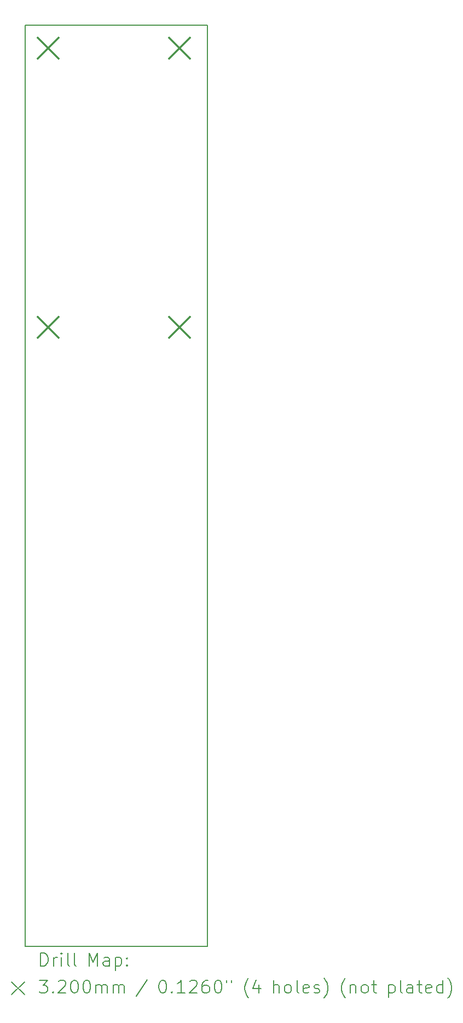
<source format=gbr>
%TF.GenerationSoftware,KiCad,Pcbnew,(7.0.0)*%
%TF.CreationDate,2023-05-15T22:46:26-04:00*%
%TF.ProjectId,clockPCB,636c6f63-6b50-4434-922e-6b696361645f,rev?*%
%TF.SameCoordinates,Original*%
%TF.FileFunction,Drillmap*%
%TF.FilePolarity,Positive*%
%FSLAX45Y45*%
G04 Gerber Fmt 4.5, Leading zero omitted, Abs format (unit mm)*
G04 Created by KiCad (PCBNEW (7.0.0)) date 2023-05-15 22:46:26*
%MOMM*%
%LPD*%
G01*
G04 APERTURE LIST*
%ADD10C,0.200000*%
%ADD11C,0.320000*%
G04 APERTURE END LIST*
D10*
X12192000Y-1619250D02*
X15011400Y-1619250D01*
X15011400Y-1619250D02*
X15011400Y-15868650D01*
X15011400Y-15868650D02*
X12192000Y-15868650D01*
X12192000Y-15868650D02*
X12192000Y-1619250D01*
D11*
X12387600Y-1814850D02*
X12707600Y-2134850D01*
X12707600Y-1814850D02*
X12387600Y-2134850D01*
X12387600Y-6132850D02*
X12707600Y-6452850D01*
X12707600Y-6132850D02*
X12387600Y-6452850D01*
X14419600Y-1814850D02*
X14739600Y-2134850D01*
X14739600Y-1814850D02*
X14419600Y-2134850D01*
X14419600Y-6132850D02*
X14739600Y-6452850D01*
X14739600Y-6132850D02*
X14419600Y-6452850D01*
D10*
X12429619Y-16172126D02*
X12429619Y-15972126D01*
X12429619Y-15972126D02*
X12477238Y-15972126D01*
X12477238Y-15972126D02*
X12505809Y-15981650D01*
X12505809Y-15981650D02*
X12524857Y-16000698D01*
X12524857Y-16000698D02*
X12534381Y-16019745D01*
X12534381Y-16019745D02*
X12543905Y-16057840D01*
X12543905Y-16057840D02*
X12543905Y-16086412D01*
X12543905Y-16086412D02*
X12534381Y-16124507D01*
X12534381Y-16124507D02*
X12524857Y-16143555D01*
X12524857Y-16143555D02*
X12505809Y-16162602D01*
X12505809Y-16162602D02*
X12477238Y-16172126D01*
X12477238Y-16172126D02*
X12429619Y-16172126D01*
X12629619Y-16172126D02*
X12629619Y-16038793D01*
X12629619Y-16076888D02*
X12639143Y-16057840D01*
X12639143Y-16057840D02*
X12648667Y-16048317D01*
X12648667Y-16048317D02*
X12667714Y-16038793D01*
X12667714Y-16038793D02*
X12686762Y-16038793D01*
X12753428Y-16172126D02*
X12753428Y-16038793D01*
X12753428Y-15972126D02*
X12743905Y-15981650D01*
X12743905Y-15981650D02*
X12753428Y-15991174D01*
X12753428Y-15991174D02*
X12762952Y-15981650D01*
X12762952Y-15981650D02*
X12753428Y-15972126D01*
X12753428Y-15972126D02*
X12753428Y-15991174D01*
X12877238Y-16172126D02*
X12858190Y-16162602D01*
X12858190Y-16162602D02*
X12848667Y-16143555D01*
X12848667Y-16143555D02*
X12848667Y-15972126D01*
X12982000Y-16172126D02*
X12962952Y-16162602D01*
X12962952Y-16162602D02*
X12953428Y-16143555D01*
X12953428Y-16143555D02*
X12953428Y-15972126D01*
X13178190Y-16172126D02*
X13178190Y-15972126D01*
X13178190Y-15972126D02*
X13244857Y-16114983D01*
X13244857Y-16114983D02*
X13311524Y-15972126D01*
X13311524Y-15972126D02*
X13311524Y-16172126D01*
X13492476Y-16172126D02*
X13492476Y-16067364D01*
X13492476Y-16067364D02*
X13482952Y-16048317D01*
X13482952Y-16048317D02*
X13463905Y-16038793D01*
X13463905Y-16038793D02*
X13425809Y-16038793D01*
X13425809Y-16038793D02*
X13406762Y-16048317D01*
X13492476Y-16162602D02*
X13473428Y-16172126D01*
X13473428Y-16172126D02*
X13425809Y-16172126D01*
X13425809Y-16172126D02*
X13406762Y-16162602D01*
X13406762Y-16162602D02*
X13397238Y-16143555D01*
X13397238Y-16143555D02*
X13397238Y-16124507D01*
X13397238Y-16124507D02*
X13406762Y-16105459D01*
X13406762Y-16105459D02*
X13425809Y-16095936D01*
X13425809Y-16095936D02*
X13473428Y-16095936D01*
X13473428Y-16095936D02*
X13492476Y-16086412D01*
X13587714Y-16038793D02*
X13587714Y-16238793D01*
X13587714Y-16048317D02*
X13606762Y-16038793D01*
X13606762Y-16038793D02*
X13644857Y-16038793D01*
X13644857Y-16038793D02*
X13663905Y-16048317D01*
X13663905Y-16048317D02*
X13673428Y-16057840D01*
X13673428Y-16057840D02*
X13682952Y-16076888D01*
X13682952Y-16076888D02*
X13682952Y-16134031D01*
X13682952Y-16134031D02*
X13673428Y-16153078D01*
X13673428Y-16153078D02*
X13663905Y-16162602D01*
X13663905Y-16162602D02*
X13644857Y-16172126D01*
X13644857Y-16172126D02*
X13606762Y-16172126D01*
X13606762Y-16172126D02*
X13587714Y-16162602D01*
X13768667Y-16153078D02*
X13778190Y-16162602D01*
X13778190Y-16162602D02*
X13768667Y-16172126D01*
X13768667Y-16172126D02*
X13759143Y-16162602D01*
X13759143Y-16162602D02*
X13768667Y-16153078D01*
X13768667Y-16153078D02*
X13768667Y-16172126D01*
X13768667Y-16048317D02*
X13778190Y-16057840D01*
X13778190Y-16057840D02*
X13768667Y-16067364D01*
X13768667Y-16067364D02*
X13759143Y-16057840D01*
X13759143Y-16057840D02*
X13768667Y-16048317D01*
X13768667Y-16048317D02*
X13768667Y-16067364D01*
X11982000Y-16418650D02*
X12182000Y-16618650D01*
X12182000Y-16418650D02*
X11982000Y-16618650D01*
X12410571Y-16392126D02*
X12534381Y-16392126D01*
X12534381Y-16392126D02*
X12467714Y-16468317D01*
X12467714Y-16468317D02*
X12496286Y-16468317D01*
X12496286Y-16468317D02*
X12515333Y-16477840D01*
X12515333Y-16477840D02*
X12524857Y-16487364D01*
X12524857Y-16487364D02*
X12534381Y-16506412D01*
X12534381Y-16506412D02*
X12534381Y-16554031D01*
X12534381Y-16554031D02*
X12524857Y-16573078D01*
X12524857Y-16573078D02*
X12515333Y-16582602D01*
X12515333Y-16582602D02*
X12496286Y-16592126D01*
X12496286Y-16592126D02*
X12439143Y-16592126D01*
X12439143Y-16592126D02*
X12420095Y-16582602D01*
X12420095Y-16582602D02*
X12410571Y-16573078D01*
X12620095Y-16573078D02*
X12629619Y-16582602D01*
X12629619Y-16582602D02*
X12620095Y-16592126D01*
X12620095Y-16592126D02*
X12610571Y-16582602D01*
X12610571Y-16582602D02*
X12620095Y-16573078D01*
X12620095Y-16573078D02*
X12620095Y-16592126D01*
X12705809Y-16411174D02*
X12715333Y-16401650D01*
X12715333Y-16401650D02*
X12734381Y-16392126D01*
X12734381Y-16392126D02*
X12782000Y-16392126D01*
X12782000Y-16392126D02*
X12801048Y-16401650D01*
X12801048Y-16401650D02*
X12810571Y-16411174D01*
X12810571Y-16411174D02*
X12820095Y-16430221D01*
X12820095Y-16430221D02*
X12820095Y-16449269D01*
X12820095Y-16449269D02*
X12810571Y-16477840D01*
X12810571Y-16477840D02*
X12696286Y-16592126D01*
X12696286Y-16592126D02*
X12820095Y-16592126D01*
X12943905Y-16392126D02*
X12962952Y-16392126D01*
X12962952Y-16392126D02*
X12982000Y-16401650D01*
X12982000Y-16401650D02*
X12991524Y-16411174D01*
X12991524Y-16411174D02*
X13001048Y-16430221D01*
X13001048Y-16430221D02*
X13010571Y-16468317D01*
X13010571Y-16468317D02*
X13010571Y-16515936D01*
X13010571Y-16515936D02*
X13001048Y-16554031D01*
X13001048Y-16554031D02*
X12991524Y-16573078D01*
X12991524Y-16573078D02*
X12982000Y-16582602D01*
X12982000Y-16582602D02*
X12962952Y-16592126D01*
X12962952Y-16592126D02*
X12943905Y-16592126D01*
X12943905Y-16592126D02*
X12924857Y-16582602D01*
X12924857Y-16582602D02*
X12915333Y-16573078D01*
X12915333Y-16573078D02*
X12905809Y-16554031D01*
X12905809Y-16554031D02*
X12896286Y-16515936D01*
X12896286Y-16515936D02*
X12896286Y-16468317D01*
X12896286Y-16468317D02*
X12905809Y-16430221D01*
X12905809Y-16430221D02*
X12915333Y-16411174D01*
X12915333Y-16411174D02*
X12924857Y-16401650D01*
X12924857Y-16401650D02*
X12943905Y-16392126D01*
X13134381Y-16392126D02*
X13153429Y-16392126D01*
X13153429Y-16392126D02*
X13172476Y-16401650D01*
X13172476Y-16401650D02*
X13182000Y-16411174D01*
X13182000Y-16411174D02*
X13191524Y-16430221D01*
X13191524Y-16430221D02*
X13201048Y-16468317D01*
X13201048Y-16468317D02*
X13201048Y-16515936D01*
X13201048Y-16515936D02*
X13191524Y-16554031D01*
X13191524Y-16554031D02*
X13182000Y-16573078D01*
X13182000Y-16573078D02*
X13172476Y-16582602D01*
X13172476Y-16582602D02*
X13153429Y-16592126D01*
X13153429Y-16592126D02*
X13134381Y-16592126D01*
X13134381Y-16592126D02*
X13115333Y-16582602D01*
X13115333Y-16582602D02*
X13105809Y-16573078D01*
X13105809Y-16573078D02*
X13096286Y-16554031D01*
X13096286Y-16554031D02*
X13086762Y-16515936D01*
X13086762Y-16515936D02*
X13086762Y-16468317D01*
X13086762Y-16468317D02*
X13096286Y-16430221D01*
X13096286Y-16430221D02*
X13105809Y-16411174D01*
X13105809Y-16411174D02*
X13115333Y-16401650D01*
X13115333Y-16401650D02*
X13134381Y-16392126D01*
X13286762Y-16592126D02*
X13286762Y-16458793D01*
X13286762Y-16477840D02*
X13296286Y-16468317D01*
X13296286Y-16468317D02*
X13315333Y-16458793D01*
X13315333Y-16458793D02*
X13343905Y-16458793D01*
X13343905Y-16458793D02*
X13362952Y-16468317D01*
X13362952Y-16468317D02*
X13372476Y-16487364D01*
X13372476Y-16487364D02*
X13372476Y-16592126D01*
X13372476Y-16487364D02*
X13382000Y-16468317D01*
X13382000Y-16468317D02*
X13401048Y-16458793D01*
X13401048Y-16458793D02*
X13429619Y-16458793D01*
X13429619Y-16458793D02*
X13448667Y-16468317D01*
X13448667Y-16468317D02*
X13458190Y-16487364D01*
X13458190Y-16487364D02*
X13458190Y-16592126D01*
X13553429Y-16592126D02*
X13553429Y-16458793D01*
X13553429Y-16477840D02*
X13562952Y-16468317D01*
X13562952Y-16468317D02*
X13582000Y-16458793D01*
X13582000Y-16458793D02*
X13610571Y-16458793D01*
X13610571Y-16458793D02*
X13629619Y-16468317D01*
X13629619Y-16468317D02*
X13639143Y-16487364D01*
X13639143Y-16487364D02*
X13639143Y-16592126D01*
X13639143Y-16487364D02*
X13648667Y-16468317D01*
X13648667Y-16468317D02*
X13667714Y-16458793D01*
X13667714Y-16458793D02*
X13696286Y-16458793D01*
X13696286Y-16458793D02*
X13715333Y-16468317D01*
X13715333Y-16468317D02*
X13724857Y-16487364D01*
X13724857Y-16487364D02*
X13724857Y-16592126D01*
X14082952Y-16382602D02*
X13911524Y-16639745D01*
X14307714Y-16392126D02*
X14326762Y-16392126D01*
X14326762Y-16392126D02*
X14345810Y-16401650D01*
X14345810Y-16401650D02*
X14355333Y-16411174D01*
X14355333Y-16411174D02*
X14364857Y-16430221D01*
X14364857Y-16430221D02*
X14374381Y-16468317D01*
X14374381Y-16468317D02*
X14374381Y-16515936D01*
X14374381Y-16515936D02*
X14364857Y-16554031D01*
X14364857Y-16554031D02*
X14355333Y-16573078D01*
X14355333Y-16573078D02*
X14345810Y-16582602D01*
X14345810Y-16582602D02*
X14326762Y-16592126D01*
X14326762Y-16592126D02*
X14307714Y-16592126D01*
X14307714Y-16592126D02*
X14288667Y-16582602D01*
X14288667Y-16582602D02*
X14279143Y-16573078D01*
X14279143Y-16573078D02*
X14269619Y-16554031D01*
X14269619Y-16554031D02*
X14260095Y-16515936D01*
X14260095Y-16515936D02*
X14260095Y-16468317D01*
X14260095Y-16468317D02*
X14269619Y-16430221D01*
X14269619Y-16430221D02*
X14279143Y-16411174D01*
X14279143Y-16411174D02*
X14288667Y-16401650D01*
X14288667Y-16401650D02*
X14307714Y-16392126D01*
X14460095Y-16573078D02*
X14469619Y-16582602D01*
X14469619Y-16582602D02*
X14460095Y-16592126D01*
X14460095Y-16592126D02*
X14450571Y-16582602D01*
X14450571Y-16582602D02*
X14460095Y-16573078D01*
X14460095Y-16573078D02*
X14460095Y-16592126D01*
X14660095Y-16592126D02*
X14545810Y-16592126D01*
X14602952Y-16592126D02*
X14602952Y-16392126D01*
X14602952Y-16392126D02*
X14583905Y-16420698D01*
X14583905Y-16420698D02*
X14564857Y-16439745D01*
X14564857Y-16439745D02*
X14545810Y-16449269D01*
X14736286Y-16411174D02*
X14745810Y-16401650D01*
X14745810Y-16401650D02*
X14764857Y-16392126D01*
X14764857Y-16392126D02*
X14812476Y-16392126D01*
X14812476Y-16392126D02*
X14831524Y-16401650D01*
X14831524Y-16401650D02*
X14841048Y-16411174D01*
X14841048Y-16411174D02*
X14850571Y-16430221D01*
X14850571Y-16430221D02*
X14850571Y-16449269D01*
X14850571Y-16449269D02*
X14841048Y-16477840D01*
X14841048Y-16477840D02*
X14726762Y-16592126D01*
X14726762Y-16592126D02*
X14850571Y-16592126D01*
X15022000Y-16392126D02*
X14983905Y-16392126D01*
X14983905Y-16392126D02*
X14964857Y-16401650D01*
X14964857Y-16401650D02*
X14955333Y-16411174D01*
X14955333Y-16411174D02*
X14936286Y-16439745D01*
X14936286Y-16439745D02*
X14926762Y-16477840D01*
X14926762Y-16477840D02*
X14926762Y-16554031D01*
X14926762Y-16554031D02*
X14936286Y-16573078D01*
X14936286Y-16573078D02*
X14945810Y-16582602D01*
X14945810Y-16582602D02*
X14964857Y-16592126D01*
X14964857Y-16592126D02*
X15002952Y-16592126D01*
X15002952Y-16592126D02*
X15022000Y-16582602D01*
X15022000Y-16582602D02*
X15031524Y-16573078D01*
X15031524Y-16573078D02*
X15041048Y-16554031D01*
X15041048Y-16554031D02*
X15041048Y-16506412D01*
X15041048Y-16506412D02*
X15031524Y-16487364D01*
X15031524Y-16487364D02*
X15022000Y-16477840D01*
X15022000Y-16477840D02*
X15002952Y-16468317D01*
X15002952Y-16468317D02*
X14964857Y-16468317D01*
X14964857Y-16468317D02*
X14945810Y-16477840D01*
X14945810Y-16477840D02*
X14936286Y-16487364D01*
X14936286Y-16487364D02*
X14926762Y-16506412D01*
X15164857Y-16392126D02*
X15183905Y-16392126D01*
X15183905Y-16392126D02*
X15202952Y-16401650D01*
X15202952Y-16401650D02*
X15212476Y-16411174D01*
X15212476Y-16411174D02*
X15222000Y-16430221D01*
X15222000Y-16430221D02*
X15231524Y-16468317D01*
X15231524Y-16468317D02*
X15231524Y-16515936D01*
X15231524Y-16515936D02*
X15222000Y-16554031D01*
X15222000Y-16554031D02*
X15212476Y-16573078D01*
X15212476Y-16573078D02*
X15202952Y-16582602D01*
X15202952Y-16582602D02*
X15183905Y-16592126D01*
X15183905Y-16592126D02*
X15164857Y-16592126D01*
X15164857Y-16592126D02*
X15145810Y-16582602D01*
X15145810Y-16582602D02*
X15136286Y-16573078D01*
X15136286Y-16573078D02*
X15126762Y-16554031D01*
X15126762Y-16554031D02*
X15117238Y-16515936D01*
X15117238Y-16515936D02*
X15117238Y-16468317D01*
X15117238Y-16468317D02*
X15126762Y-16430221D01*
X15126762Y-16430221D02*
X15136286Y-16411174D01*
X15136286Y-16411174D02*
X15145810Y-16401650D01*
X15145810Y-16401650D02*
X15164857Y-16392126D01*
X15307714Y-16392126D02*
X15307714Y-16430221D01*
X15383905Y-16392126D02*
X15383905Y-16430221D01*
X15646762Y-16668317D02*
X15637238Y-16658793D01*
X15637238Y-16658793D02*
X15618191Y-16630221D01*
X15618191Y-16630221D02*
X15608667Y-16611174D01*
X15608667Y-16611174D02*
X15599143Y-16582602D01*
X15599143Y-16582602D02*
X15589619Y-16534983D01*
X15589619Y-16534983D02*
X15589619Y-16496888D01*
X15589619Y-16496888D02*
X15599143Y-16449269D01*
X15599143Y-16449269D02*
X15608667Y-16420698D01*
X15608667Y-16420698D02*
X15618191Y-16401650D01*
X15618191Y-16401650D02*
X15637238Y-16373078D01*
X15637238Y-16373078D02*
X15646762Y-16363555D01*
X15808667Y-16458793D02*
X15808667Y-16592126D01*
X15761048Y-16382602D02*
X15713429Y-16525459D01*
X15713429Y-16525459D02*
X15837238Y-16525459D01*
X16033429Y-16592126D02*
X16033429Y-16392126D01*
X16119143Y-16592126D02*
X16119143Y-16487364D01*
X16119143Y-16487364D02*
X16109619Y-16468317D01*
X16109619Y-16468317D02*
X16090572Y-16458793D01*
X16090572Y-16458793D02*
X16062000Y-16458793D01*
X16062000Y-16458793D02*
X16042952Y-16468317D01*
X16042952Y-16468317D02*
X16033429Y-16477840D01*
X16242952Y-16592126D02*
X16223905Y-16582602D01*
X16223905Y-16582602D02*
X16214381Y-16573078D01*
X16214381Y-16573078D02*
X16204857Y-16554031D01*
X16204857Y-16554031D02*
X16204857Y-16496888D01*
X16204857Y-16496888D02*
X16214381Y-16477840D01*
X16214381Y-16477840D02*
X16223905Y-16468317D01*
X16223905Y-16468317D02*
X16242952Y-16458793D01*
X16242952Y-16458793D02*
X16271524Y-16458793D01*
X16271524Y-16458793D02*
X16290572Y-16468317D01*
X16290572Y-16468317D02*
X16300095Y-16477840D01*
X16300095Y-16477840D02*
X16309619Y-16496888D01*
X16309619Y-16496888D02*
X16309619Y-16554031D01*
X16309619Y-16554031D02*
X16300095Y-16573078D01*
X16300095Y-16573078D02*
X16290572Y-16582602D01*
X16290572Y-16582602D02*
X16271524Y-16592126D01*
X16271524Y-16592126D02*
X16242952Y-16592126D01*
X16423905Y-16592126D02*
X16404857Y-16582602D01*
X16404857Y-16582602D02*
X16395333Y-16563555D01*
X16395333Y-16563555D02*
X16395333Y-16392126D01*
X16576286Y-16582602D02*
X16557238Y-16592126D01*
X16557238Y-16592126D02*
X16519143Y-16592126D01*
X16519143Y-16592126D02*
X16500095Y-16582602D01*
X16500095Y-16582602D02*
X16490572Y-16563555D01*
X16490572Y-16563555D02*
X16490572Y-16487364D01*
X16490572Y-16487364D02*
X16500095Y-16468317D01*
X16500095Y-16468317D02*
X16519143Y-16458793D01*
X16519143Y-16458793D02*
X16557238Y-16458793D01*
X16557238Y-16458793D02*
X16576286Y-16468317D01*
X16576286Y-16468317D02*
X16585810Y-16487364D01*
X16585810Y-16487364D02*
X16585810Y-16506412D01*
X16585810Y-16506412D02*
X16490572Y-16525459D01*
X16662000Y-16582602D02*
X16681048Y-16592126D01*
X16681048Y-16592126D02*
X16719143Y-16592126D01*
X16719143Y-16592126D02*
X16738191Y-16582602D01*
X16738191Y-16582602D02*
X16747714Y-16563555D01*
X16747714Y-16563555D02*
X16747714Y-16554031D01*
X16747714Y-16554031D02*
X16738191Y-16534983D01*
X16738191Y-16534983D02*
X16719143Y-16525459D01*
X16719143Y-16525459D02*
X16690572Y-16525459D01*
X16690572Y-16525459D02*
X16671524Y-16515936D01*
X16671524Y-16515936D02*
X16662000Y-16496888D01*
X16662000Y-16496888D02*
X16662000Y-16487364D01*
X16662000Y-16487364D02*
X16671524Y-16468317D01*
X16671524Y-16468317D02*
X16690572Y-16458793D01*
X16690572Y-16458793D02*
X16719143Y-16458793D01*
X16719143Y-16458793D02*
X16738191Y-16468317D01*
X16814381Y-16668317D02*
X16823905Y-16658793D01*
X16823905Y-16658793D02*
X16842953Y-16630221D01*
X16842953Y-16630221D02*
X16852476Y-16611174D01*
X16852476Y-16611174D02*
X16862000Y-16582602D01*
X16862000Y-16582602D02*
X16871524Y-16534983D01*
X16871524Y-16534983D02*
X16871524Y-16496888D01*
X16871524Y-16496888D02*
X16862000Y-16449269D01*
X16862000Y-16449269D02*
X16852476Y-16420698D01*
X16852476Y-16420698D02*
X16842953Y-16401650D01*
X16842953Y-16401650D02*
X16823905Y-16373078D01*
X16823905Y-16373078D02*
X16814381Y-16363555D01*
X17143905Y-16668317D02*
X17134381Y-16658793D01*
X17134381Y-16658793D02*
X17115334Y-16630221D01*
X17115334Y-16630221D02*
X17105810Y-16611174D01*
X17105810Y-16611174D02*
X17096286Y-16582602D01*
X17096286Y-16582602D02*
X17086762Y-16534983D01*
X17086762Y-16534983D02*
X17086762Y-16496888D01*
X17086762Y-16496888D02*
X17096286Y-16449269D01*
X17096286Y-16449269D02*
X17105810Y-16420698D01*
X17105810Y-16420698D02*
X17115334Y-16401650D01*
X17115334Y-16401650D02*
X17134381Y-16373078D01*
X17134381Y-16373078D02*
X17143905Y-16363555D01*
X17220095Y-16458793D02*
X17220095Y-16592126D01*
X17220095Y-16477840D02*
X17229619Y-16468317D01*
X17229619Y-16468317D02*
X17248667Y-16458793D01*
X17248667Y-16458793D02*
X17277238Y-16458793D01*
X17277238Y-16458793D02*
X17296286Y-16468317D01*
X17296286Y-16468317D02*
X17305810Y-16487364D01*
X17305810Y-16487364D02*
X17305810Y-16592126D01*
X17429619Y-16592126D02*
X17410572Y-16582602D01*
X17410572Y-16582602D02*
X17401048Y-16573078D01*
X17401048Y-16573078D02*
X17391524Y-16554031D01*
X17391524Y-16554031D02*
X17391524Y-16496888D01*
X17391524Y-16496888D02*
X17401048Y-16477840D01*
X17401048Y-16477840D02*
X17410572Y-16468317D01*
X17410572Y-16468317D02*
X17429619Y-16458793D01*
X17429619Y-16458793D02*
X17458191Y-16458793D01*
X17458191Y-16458793D02*
X17477238Y-16468317D01*
X17477238Y-16468317D02*
X17486762Y-16477840D01*
X17486762Y-16477840D02*
X17496286Y-16496888D01*
X17496286Y-16496888D02*
X17496286Y-16554031D01*
X17496286Y-16554031D02*
X17486762Y-16573078D01*
X17486762Y-16573078D02*
X17477238Y-16582602D01*
X17477238Y-16582602D02*
X17458191Y-16592126D01*
X17458191Y-16592126D02*
X17429619Y-16592126D01*
X17553429Y-16458793D02*
X17629619Y-16458793D01*
X17582000Y-16392126D02*
X17582000Y-16563555D01*
X17582000Y-16563555D02*
X17591524Y-16582602D01*
X17591524Y-16582602D02*
X17610572Y-16592126D01*
X17610572Y-16592126D02*
X17629619Y-16592126D01*
X17816286Y-16458793D02*
X17816286Y-16658793D01*
X17816286Y-16468317D02*
X17835334Y-16458793D01*
X17835334Y-16458793D02*
X17873429Y-16458793D01*
X17873429Y-16458793D02*
X17892476Y-16468317D01*
X17892476Y-16468317D02*
X17902000Y-16477840D01*
X17902000Y-16477840D02*
X17911524Y-16496888D01*
X17911524Y-16496888D02*
X17911524Y-16554031D01*
X17911524Y-16554031D02*
X17902000Y-16573078D01*
X17902000Y-16573078D02*
X17892476Y-16582602D01*
X17892476Y-16582602D02*
X17873429Y-16592126D01*
X17873429Y-16592126D02*
X17835334Y-16592126D01*
X17835334Y-16592126D02*
X17816286Y-16582602D01*
X18025810Y-16592126D02*
X18006762Y-16582602D01*
X18006762Y-16582602D02*
X17997238Y-16563555D01*
X17997238Y-16563555D02*
X17997238Y-16392126D01*
X18187715Y-16592126D02*
X18187715Y-16487364D01*
X18187715Y-16487364D02*
X18178191Y-16468317D01*
X18178191Y-16468317D02*
X18159143Y-16458793D01*
X18159143Y-16458793D02*
X18121048Y-16458793D01*
X18121048Y-16458793D02*
X18102000Y-16468317D01*
X18187715Y-16582602D02*
X18168667Y-16592126D01*
X18168667Y-16592126D02*
X18121048Y-16592126D01*
X18121048Y-16592126D02*
X18102000Y-16582602D01*
X18102000Y-16582602D02*
X18092476Y-16563555D01*
X18092476Y-16563555D02*
X18092476Y-16544507D01*
X18092476Y-16544507D02*
X18102000Y-16525459D01*
X18102000Y-16525459D02*
X18121048Y-16515936D01*
X18121048Y-16515936D02*
X18168667Y-16515936D01*
X18168667Y-16515936D02*
X18187715Y-16506412D01*
X18254381Y-16458793D02*
X18330572Y-16458793D01*
X18282953Y-16392126D02*
X18282953Y-16563555D01*
X18282953Y-16563555D02*
X18292476Y-16582602D01*
X18292476Y-16582602D02*
X18311524Y-16592126D01*
X18311524Y-16592126D02*
X18330572Y-16592126D01*
X18473429Y-16582602D02*
X18454381Y-16592126D01*
X18454381Y-16592126D02*
X18416286Y-16592126D01*
X18416286Y-16592126D02*
X18397238Y-16582602D01*
X18397238Y-16582602D02*
X18387715Y-16563555D01*
X18387715Y-16563555D02*
X18387715Y-16487364D01*
X18387715Y-16487364D02*
X18397238Y-16468317D01*
X18397238Y-16468317D02*
X18416286Y-16458793D01*
X18416286Y-16458793D02*
X18454381Y-16458793D01*
X18454381Y-16458793D02*
X18473429Y-16468317D01*
X18473429Y-16468317D02*
X18482953Y-16487364D01*
X18482953Y-16487364D02*
X18482953Y-16506412D01*
X18482953Y-16506412D02*
X18387715Y-16525459D01*
X18654381Y-16592126D02*
X18654381Y-16392126D01*
X18654381Y-16582602D02*
X18635334Y-16592126D01*
X18635334Y-16592126D02*
X18597238Y-16592126D01*
X18597238Y-16592126D02*
X18578191Y-16582602D01*
X18578191Y-16582602D02*
X18568667Y-16573078D01*
X18568667Y-16573078D02*
X18559143Y-16554031D01*
X18559143Y-16554031D02*
X18559143Y-16496888D01*
X18559143Y-16496888D02*
X18568667Y-16477840D01*
X18568667Y-16477840D02*
X18578191Y-16468317D01*
X18578191Y-16468317D02*
X18597238Y-16458793D01*
X18597238Y-16458793D02*
X18635334Y-16458793D01*
X18635334Y-16458793D02*
X18654381Y-16468317D01*
X18730572Y-16668317D02*
X18740096Y-16658793D01*
X18740096Y-16658793D02*
X18759143Y-16630221D01*
X18759143Y-16630221D02*
X18768667Y-16611174D01*
X18768667Y-16611174D02*
X18778191Y-16582602D01*
X18778191Y-16582602D02*
X18787715Y-16534983D01*
X18787715Y-16534983D02*
X18787715Y-16496888D01*
X18787715Y-16496888D02*
X18778191Y-16449269D01*
X18778191Y-16449269D02*
X18768667Y-16420698D01*
X18768667Y-16420698D02*
X18759143Y-16401650D01*
X18759143Y-16401650D02*
X18740096Y-16373078D01*
X18740096Y-16373078D02*
X18730572Y-16363555D01*
M02*

</source>
